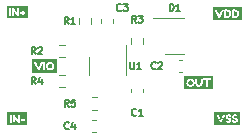
<source format=gbr>
%TF.GenerationSoftware,KiCad,Pcbnew,7.0.9*%
%TF.CreationDate,2024-01-09T19:27:13+00:00*%
%TF.ProjectId,OPA990 Breakout,4f504139-3930-4204-9272-65616b6f7574,V24.01.0.1*%
%TF.SameCoordinates,PX8c7ecc0PY5c0c740*%
%TF.FileFunction,Legend,Top*%
%TF.FilePolarity,Positive*%
%FSLAX46Y46*%
G04 Gerber Fmt 4.6, Leading zero omitted, Abs format (unit mm)*
G04 Created by KiCad (PCBNEW 7.0.9) date 2024-01-09 19:27:13*
%MOMM*%
%LPD*%
G01*
G04 APERTURE LIST*
%ADD10C,0.150000*%
%ADD11C,0.120000*%
G04 APERTURE END LIST*
D10*
X-3275000Y3540229D02*
X-3475000Y3825943D01*
X-3617857Y3540229D02*
X-3617857Y4140229D01*
X-3617857Y4140229D02*
X-3389286Y4140229D01*
X-3389286Y4140229D02*
X-3332143Y4111658D01*
X-3332143Y4111658D02*
X-3303572Y4083086D01*
X-3303572Y4083086D02*
X-3275000Y4025943D01*
X-3275000Y4025943D02*
X-3275000Y3940229D01*
X-3275000Y3940229D02*
X-3303572Y3883086D01*
X-3303572Y3883086D02*
X-3332143Y3854515D01*
X-3332143Y3854515D02*
X-3389286Y3825943D01*
X-3389286Y3825943D02*
X-3617857Y3825943D01*
X-2703572Y3540229D02*
X-3046429Y3540229D01*
X-2875000Y3540229D02*
X-2875000Y4140229D01*
X-2875000Y4140229D02*
X-2932143Y4054515D01*
X-2932143Y4054515D02*
X-2989286Y3997372D01*
X-2989286Y3997372D02*
X-3046429Y3968800D01*
X2440000Y-4149628D02*
X2411428Y-4178200D01*
X2411428Y-4178200D02*
X2325714Y-4206771D01*
X2325714Y-4206771D02*
X2268571Y-4206771D01*
X2268571Y-4206771D02*
X2182857Y-4178200D01*
X2182857Y-4178200D02*
X2125714Y-4121057D01*
X2125714Y-4121057D02*
X2097143Y-4063914D01*
X2097143Y-4063914D02*
X2068571Y-3949628D01*
X2068571Y-3949628D02*
X2068571Y-3863914D01*
X2068571Y-3863914D02*
X2097143Y-3749628D01*
X2097143Y-3749628D02*
X2125714Y-3692485D01*
X2125714Y-3692485D02*
X2182857Y-3635342D01*
X2182857Y-3635342D02*
X2268571Y-3606771D01*
X2268571Y-3606771D02*
X2325714Y-3606771D01*
X2325714Y-3606771D02*
X2411428Y-3635342D01*
X2411428Y-3635342D02*
X2440000Y-3663914D01*
X3011428Y-4206771D02*
X2668571Y-4206771D01*
X2840000Y-4206771D02*
X2840000Y-3606771D01*
X2840000Y-3606771D02*
X2782857Y-3692485D01*
X2782857Y-3692485D02*
X2725714Y-3749628D01*
X2725714Y-3749628D02*
X2668571Y-3778200D01*
X-6069000Y1000229D02*
X-6269000Y1285943D01*
X-6411857Y1000229D02*
X-6411857Y1600229D01*
X-6411857Y1600229D02*
X-6183286Y1600229D01*
X-6183286Y1600229D02*
X-6126143Y1571658D01*
X-6126143Y1571658D02*
X-6097572Y1543086D01*
X-6097572Y1543086D02*
X-6069000Y1485943D01*
X-6069000Y1485943D02*
X-6069000Y1400229D01*
X-6069000Y1400229D02*
X-6097572Y1343086D01*
X-6097572Y1343086D02*
X-6126143Y1314515D01*
X-6126143Y1314515D02*
X-6183286Y1285943D01*
X-6183286Y1285943D02*
X-6411857Y1285943D01*
X-5840429Y1543086D02*
X-5811857Y1571658D01*
X-5811857Y1571658D02*
X-5754714Y1600229D01*
X-5754714Y1600229D02*
X-5611857Y1600229D01*
X-5611857Y1600229D02*
X-5554714Y1571658D01*
X-5554714Y1571658D02*
X-5526143Y1543086D01*
X-5526143Y1543086D02*
X-5497572Y1485943D01*
X-5497572Y1485943D02*
X-5497572Y1428800D01*
X-5497572Y1428800D02*
X-5526143Y1343086D01*
X-5526143Y1343086D02*
X-5869000Y1000229D01*
X-5869000Y1000229D02*
X-5497572Y1000229D01*
X-3275000Y-3444771D02*
X-3475000Y-3159057D01*
X-3617857Y-3444771D02*
X-3617857Y-2844771D01*
X-3617857Y-2844771D02*
X-3389286Y-2844771D01*
X-3389286Y-2844771D02*
X-3332143Y-2873342D01*
X-3332143Y-2873342D02*
X-3303572Y-2901914D01*
X-3303572Y-2901914D02*
X-3275000Y-2959057D01*
X-3275000Y-2959057D02*
X-3275000Y-3044771D01*
X-3275000Y-3044771D02*
X-3303572Y-3101914D01*
X-3303572Y-3101914D02*
X-3332143Y-3130485D01*
X-3332143Y-3130485D02*
X-3389286Y-3159057D01*
X-3389286Y-3159057D02*
X-3617857Y-3159057D01*
X-2732143Y-2844771D02*
X-3017857Y-2844771D01*
X-3017857Y-2844771D02*
X-3046429Y-3130485D01*
X-3046429Y-3130485D02*
X-3017857Y-3101914D01*
X-3017857Y-3101914D02*
X-2960714Y-3073342D01*
X-2960714Y-3073342D02*
X-2817857Y-3073342D01*
X-2817857Y-3073342D02*
X-2760714Y-3101914D01*
X-2760714Y-3101914D02*
X-2732143Y-3130485D01*
X-2732143Y-3130485D02*
X-2703572Y-3187628D01*
X-2703572Y-3187628D02*
X-2703572Y-3330485D01*
X-2703572Y-3330485D02*
X-2732143Y-3387628D01*
X-2732143Y-3387628D02*
X-2760714Y-3416200D01*
X-2760714Y-3416200D02*
X-2817857Y-3444771D01*
X-2817857Y-3444771D02*
X-2960714Y-3444771D01*
X-2960714Y-3444771D02*
X-3017857Y-3416200D01*
X-3017857Y-3416200D02*
X-3046429Y-3387628D01*
X4091000Y-212628D02*
X4062428Y-241200D01*
X4062428Y-241200D02*
X3976714Y-269771D01*
X3976714Y-269771D02*
X3919571Y-269771D01*
X3919571Y-269771D02*
X3833857Y-241200D01*
X3833857Y-241200D02*
X3776714Y-184057D01*
X3776714Y-184057D02*
X3748143Y-126914D01*
X3748143Y-126914D02*
X3719571Y-12628D01*
X3719571Y-12628D02*
X3719571Y73086D01*
X3719571Y73086D02*
X3748143Y187372D01*
X3748143Y187372D02*
X3776714Y244515D01*
X3776714Y244515D02*
X3833857Y301658D01*
X3833857Y301658D02*
X3919571Y330229D01*
X3919571Y330229D02*
X3976714Y330229D01*
X3976714Y330229D02*
X4062428Y301658D01*
X4062428Y301658D02*
X4091000Y273086D01*
X4319571Y273086D02*
X4348143Y301658D01*
X4348143Y301658D02*
X4405286Y330229D01*
X4405286Y330229D02*
X4548143Y330229D01*
X4548143Y330229D02*
X4605286Y301658D01*
X4605286Y301658D02*
X4633857Y273086D01*
X4633857Y273086D02*
X4662428Y215943D01*
X4662428Y215943D02*
X4662428Y158800D01*
X4662428Y158800D02*
X4633857Y73086D01*
X4633857Y73086D02*
X4291000Y-269771D01*
X4291000Y-269771D02*
X4662428Y-269771D01*
X2440000Y3667229D02*
X2240000Y3952943D01*
X2097143Y3667229D02*
X2097143Y4267229D01*
X2097143Y4267229D02*
X2325714Y4267229D01*
X2325714Y4267229D02*
X2382857Y4238658D01*
X2382857Y4238658D02*
X2411428Y4210086D01*
X2411428Y4210086D02*
X2440000Y4152943D01*
X2440000Y4152943D02*
X2440000Y4067229D01*
X2440000Y4067229D02*
X2411428Y4010086D01*
X2411428Y4010086D02*
X2382857Y3981515D01*
X2382857Y3981515D02*
X2325714Y3952943D01*
X2325714Y3952943D02*
X2097143Y3952943D01*
X2640000Y4267229D02*
X3011428Y4267229D01*
X3011428Y4267229D02*
X2811428Y4038658D01*
X2811428Y4038658D02*
X2897143Y4038658D01*
X2897143Y4038658D02*
X2954286Y4010086D01*
X2954286Y4010086D02*
X2982857Y3981515D01*
X2982857Y3981515D02*
X3011428Y3924372D01*
X3011428Y3924372D02*
X3011428Y3781515D01*
X3011428Y3781515D02*
X2982857Y3724372D01*
X2982857Y3724372D02*
X2954286Y3695800D01*
X2954286Y3695800D02*
X2897143Y3667229D01*
X2897143Y3667229D02*
X2725714Y3667229D01*
X2725714Y3667229D02*
X2668571Y3695800D01*
X2668571Y3695800D02*
X2640000Y3724372D01*
X-6069000Y-1539771D02*
X-6269000Y-1254057D01*
X-6411857Y-1539771D02*
X-6411857Y-939771D01*
X-6411857Y-939771D02*
X-6183286Y-939771D01*
X-6183286Y-939771D02*
X-6126143Y-968342D01*
X-6126143Y-968342D02*
X-6097572Y-996914D01*
X-6097572Y-996914D02*
X-6069000Y-1054057D01*
X-6069000Y-1054057D02*
X-6069000Y-1139771D01*
X-6069000Y-1139771D02*
X-6097572Y-1196914D01*
X-6097572Y-1196914D02*
X-6126143Y-1225485D01*
X-6126143Y-1225485D02*
X-6183286Y-1254057D01*
X-6183286Y-1254057D02*
X-6411857Y-1254057D01*
X-5554714Y-1139771D02*
X-5554714Y-1539771D01*
X-5697572Y-911200D02*
X-5840429Y-1339771D01*
X-5840429Y-1339771D02*
X-5469000Y-1339771D01*
X-3275000Y-5292628D02*
X-3303572Y-5321200D01*
X-3303572Y-5321200D02*
X-3389286Y-5349771D01*
X-3389286Y-5349771D02*
X-3446429Y-5349771D01*
X-3446429Y-5349771D02*
X-3532143Y-5321200D01*
X-3532143Y-5321200D02*
X-3589286Y-5264057D01*
X-3589286Y-5264057D02*
X-3617857Y-5206914D01*
X-3617857Y-5206914D02*
X-3646429Y-5092628D01*
X-3646429Y-5092628D02*
X-3646429Y-5006914D01*
X-3646429Y-5006914D02*
X-3617857Y-4892628D01*
X-3617857Y-4892628D02*
X-3589286Y-4835485D01*
X-3589286Y-4835485D02*
X-3532143Y-4778342D01*
X-3532143Y-4778342D02*
X-3446429Y-4749771D01*
X-3446429Y-4749771D02*
X-3389286Y-4749771D01*
X-3389286Y-4749771D02*
X-3303572Y-4778342D01*
X-3303572Y-4778342D02*
X-3275000Y-4806914D01*
X-2760714Y-4949771D02*
X-2760714Y-5349771D01*
X-2903572Y-4721200D02*
X-3046429Y-5149771D01*
X-3046429Y-5149771D02*
X-2675000Y-5149771D01*
X5272143Y4670229D02*
X5272143Y5270229D01*
X5272143Y5270229D02*
X5415000Y5270229D01*
X5415000Y5270229D02*
X5500714Y5241658D01*
X5500714Y5241658D02*
X5557857Y5184515D01*
X5557857Y5184515D02*
X5586428Y5127372D01*
X5586428Y5127372D02*
X5615000Y5013086D01*
X5615000Y5013086D02*
X5615000Y4927372D01*
X5615000Y4927372D02*
X5586428Y4813086D01*
X5586428Y4813086D02*
X5557857Y4755943D01*
X5557857Y4755943D02*
X5500714Y4698800D01*
X5500714Y4698800D02*
X5415000Y4670229D01*
X5415000Y4670229D02*
X5272143Y4670229D01*
X6186428Y4670229D02*
X5843571Y4670229D01*
X6015000Y4670229D02*
X6015000Y5270229D01*
X6015000Y5270229D02*
X5957857Y5184515D01*
X5957857Y5184515D02*
X5900714Y5127372D01*
X5900714Y5127372D02*
X5843571Y5098800D01*
X1942857Y330229D02*
X1942857Y-155485D01*
X1942857Y-155485D02*
X1971428Y-212628D01*
X1971428Y-212628D02*
X2000000Y-241200D01*
X2000000Y-241200D02*
X2057142Y-269771D01*
X2057142Y-269771D02*
X2171428Y-269771D01*
X2171428Y-269771D02*
X2228571Y-241200D01*
X2228571Y-241200D02*
X2257142Y-212628D01*
X2257142Y-212628D02*
X2285714Y-155485D01*
X2285714Y-155485D02*
X2285714Y330229D01*
X2885713Y-269771D02*
X2542856Y-269771D01*
X2714285Y-269771D02*
X2714285Y330229D01*
X2714285Y330229D02*
X2657142Y244515D01*
X2657142Y244515D02*
X2599999Y187372D01*
X2599999Y187372D02*
X2542856Y158800D01*
X1170000Y4727372D02*
X1141428Y4698800D01*
X1141428Y4698800D02*
X1055714Y4670229D01*
X1055714Y4670229D02*
X998571Y4670229D01*
X998571Y4670229D02*
X912857Y4698800D01*
X912857Y4698800D02*
X855714Y4755943D01*
X855714Y4755943D02*
X827143Y4813086D01*
X827143Y4813086D02*
X798571Y4927372D01*
X798571Y4927372D02*
X798571Y5013086D01*
X798571Y5013086D02*
X827143Y5127372D01*
X827143Y5127372D02*
X855714Y5184515D01*
X855714Y5184515D02*
X912857Y5241658D01*
X912857Y5241658D02*
X998571Y5270229D01*
X998571Y5270229D02*
X1055714Y5270229D01*
X1055714Y5270229D02*
X1141428Y5241658D01*
X1141428Y5241658D02*
X1170000Y5213086D01*
X1370000Y5270229D02*
X1741428Y5270229D01*
X1741428Y5270229D02*
X1541428Y5041658D01*
X1541428Y5041658D02*
X1627143Y5041658D01*
X1627143Y5041658D02*
X1684286Y5013086D01*
X1684286Y5013086D02*
X1712857Y4984515D01*
X1712857Y4984515D02*
X1741428Y4927372D01*
X1741428Y4927372D02*
X1741428Y4784515D01*
X1741428Y4784515D02*
X1712857Y4727372D01*
X1712857Y4727372D02*
X1684286Y4698800D01*
X1684286Y4698800D02*
X1627143Y4670229D01*
X1627143Y4670229D02*
X1455714Y4670229D01*
X1455714Y4670229D02*
X1398571Y4698800D01*
X1398571Y4698800D02*
X1370000Y4727372D01*
%TO.C,kibuzzard-659D9D77*%
G36*
X-4290219Y-557530D02*
G01*
X-4488656Y-557530D01*
X-4831556Y-557530D01*
X-5325904Y-557530D01*
X-5815489Y-557530D01*
X-6179344Y-557530D01*
X-6377781Y-557530D01*
X-6377781Y279083D01*
X-6179344Y279083D01*
X-6165056Y233363D01*
X-5902166Y-300038D01*
X-5870258Y-333851D01*
X-5825014Y-346710D01*
X-5815489Y-346710D01*
X-5771198Y-333851D01*
X-5739289Y-300038D01*
X-5720980Y-262890D01*
X-5409724Y-262890D01*
X-5404009Y-311468D01*
X-5378768Y-338614D01*
X-5325904Y-347663D01*
X-5276850Y-341233D01*
X-5251609Y-321945D01*
X-5242560Y-297180D01*
X-5241131Y-263842D01*
X-5241131Y-4762D01*
X-5179219Y-4762D01*
X-5172879Y-74652D01*
X-5153858Y-139541D01*
X-5122158Y-199430D01*
X-5077778Y-254317D01*
X-5024348Y-300157D01*
X-4965502Y-332899D01*
X-4901238Y-352544D01*
X-4831556Y-359093D01*
X-4762024Y-352455D01*
X-4698206Y-332542D01*
X-4640104Y-299353D01*
X-4587716Y-252889D01*
X-4544378Y-196989D01*
X-4513421Y-135493D01*
X-4494847Y-68401D01*
X-4488656Y4286D01*
X-4495145Y76706D01*
X-4514612Y142994D01*
X-4547056Y203150D01*
X-4592479Y257175D01*
X-4646712Y301764D01*
X-4705588Y333613D01*
X-4769108Y352723D01*
X-4837271Y359093D01*
X-4902041Y352425D01*
X-4964906Y332423D01*
X-5023247Y300752D01*
X-5074444Y259080D01*
X-5117306Y206812D01*
X-5150644Y143351D01*
X-5172075Y71795D01*
X-5179219Y-4762D01*
X-5241131Y-4762D01*
X-5241131Y265747D01*
X-5245894Y315278D01*
X-5271849Y341709D01*
X-5324951Y350520D01*
X-5374005Y344091D01*
X-5399246Y324803D01*
X-5408295Y299561D01*
X-5409724Y266700D01*
X-5409724Y-262890D01*
X-5720980Y-262890D01*
X-5476399Y233363D01*
X-5462111Y279083D01*
X-5476161Y310991D01*
X-5518309Y340042D01*
X-5574506Y356235D01*
X-5616416Y330518D01*
X-5629751Y301943D01*
X-5820251Y-115252D01*
X-5830610Y-93226D01*
X-5854065Y-42386D01*
X-5885021Y24884D01*
X-5917883Y96203D01*
X-5950625Y167521D01*
X-5981224Y234791D01*
X-6005155Y287179D01*
X-6017895Y313849D01*
X-6033611Y339090D01*
X-6049804Y352425D01*
X-6075045Y356235D01*
X-6123146Y340042D01*
X-6165294Y310991D01*
X-6179344Y279083D01*
X-6377781Y279083D01*
X-6377781Y557530D01*
X-6179344Y557530D01*
X-4488656Y557530D01*
X-4290219Y557530D01*
X-4290219Y-557530D01*
G37*
G36*
X-4770001Y177403D02*
G01*
X-4712017Y138113D01*
X-4681590Y99378D01*
X-4663334Y53023D01*
X-4657249Y-952D01*
X-4663281Y-54822D01*
X-4681379Y-100859D01*
X-4711541Y-139065D01*
X-4769168Y-177641D01*
X-4833461Y-190500D01*
X-4897874Y-177284D01*
X-4955857Y-137636D01*
X-4986285Y-98848D01*
X-5004541Y-52970D01*
X-5010626Y0D01*
X-5004594Y52970D01*
X-4986496Y98848D01*
X-4956334Y137636D01*
X-4898707Y177284D01*
X-4834414Y190500D01*
X-4770001Y177403D01*
G37*
%TO.C,kibuzzard-659D9D68*%
G36*
X-6781006Y-4992529D02*
G01*
X-6979444Y-4992529D01*
X-7048976Y-4992529D01*
X-7490936Y-4992529D01*
X-8176736Y-4992529D01*
X-8260556Y-4992529D01*
X-8458994Y-4992529D01*
X-8458994Y-4709319D01*
X-8260556Y-4709319D01*
X-8254841Y-4757896D01*
X-8229600Y-4785042D01*
X-8176736Y-4794091D01*
X-8127683Y-4787662D01*
X-8102441Y-4768374D01*
X-8093393Y-4743609D01*
X-8091964Y-4710271D01*
X-8091964Y-4709319D01*
X-8015764Y-4709319D01*
X-8014335Y-4742656D01*
X-8005286Y-4768374D01*
X-7980521Y-4787662D01*
X-7932896Y-4794091D01*
X-7883843Y-4787662D01*
X-7858601Y-4768374D01*
X-7849553Y-4743609D01*
X-7848124Y-4710271D01*
X-7848124Y-4396899D01*
X-7821507Y-4431612D01*
X-7786740Y-4477332D01*
X-7743825Y-4534059D01*
X-7692760Y-4601792D01*
X-7633547Y-4680532D01*
X-7566184Y-4770279D01*
X-7542371Y-4788376D01*
X-7490936Y-4794091D01*
X-7441883Y-4787662D01*
X-7416641Y-4768374D01*
X-7407593Y-4743609D01*
X-7406164Y-4710271D01*
X-7406164Y-4585494D01*
X-7344251Y-4585494D01*
X-7339489Y-4629309D01*
X-7318296Y-4653598D01*
X-7275671Y-4661694D01*
X-7048976Y-4661694D01*
X-7001351Y-4653121D01*
X-6984682Y-4629785D01*
X-6979444Y-4586446D01*
X-6985159Y-4542631D01*
X-7005638Y-4519057D01*
X-7048024Y-4511199D01*
X-7274719Y-4511199D01*
X-7320439Y-4519771D01*
X-7338536Y-4542631D01*
X-7344251Y-4585494D01*
X-7406164Y-4585494D01*
X-7406164Y-4181634D01*
X-7411879Y-4133056D01*
X-7423785Y-4113054D01*
X-7448550Y-4101624D01*
X-7492365Y-4096861D01*
X-7537609Y-4102576D01*
X-7564755Y-4124960D01*
X-7573804Y-4177824D01*
X-7573804Y-4499769D01*
X-7600050Y-4465399D01*
X-7633705Y-4420711D01*
X-7674769Y-4365704D01*
X-7723240Y-4300379D01*
X-7779120Y-4224734D01*
X-7842409Y-4138771D01*
X-7864316Y-4114006D01*
X-7887653Y-4102100D01*
X-7932896Y-4096861D01*
X-7979569Y-4102576D01*
X-8006715Y-4124960D01*
X-8015764Y-4177824D01*
X-8015764Y-4709319D01*
X-8091964Y-4709319D01*
X-8091964Y-4180681D01*
X-8096726Y-4131151D01*
X-8122682Y-4104719D01*
X-8175784Y-4095909D01*
X-8224838Y-4102338D01*
X-8250079Y-4121626D01*
X-8259128Y-4146867D01*
X-8260556Y-4179729D01*
X-8260556Y-4709319D01*
X-8458994Y-4709319D01*
X-8458994Y-3897471D01*
X-8260556Y-3897471D01*
X-6979444Y-3897471D01*
X-6781006Y-3897471D01*
X-6781006Y-4992529D01*
G37*
%TO.C,kibuzzard-659D9D4E*%
G36*
X-6736239Y4024471D02*
G01*
X-6934676Y4024471D01*
X-7161848Y4024471D01*
X-7535704Y4024471D01*
X-8221504Y4024471D01*
X-8305324Y4024471D01*
X-8503761Y4024471D01*
X-8503761Y4307681D01*
X-8305324Y4307681D01*
X-8299609Y4259104D01*
X-8274368Y4231958D01*
X-8221504Y4222909D01*
X-8172450Y4229338D01*
X-8147209Y4248626D01*
X-8138160Y4273391D01*
X-8136731Y4306729D01*
X-8136731Y4307681D01*
X-8060531Y4307681D01*
X-8059103Y4274344D01*
X-8050054Y4248626D01*
X-8025289Y4229338D01*
X-7977664Y4222909D01*
X-7928610Y4229338D01*
X-7903369Y4248626D01*
X-7894320Y4273391D01*
X-7892891Y4306729D01*
X-7892891Y4620101D01*
X-7866274Y4585388D01*
X-7831508Y4539668D01*
X-7788593Y4482941D01*
X-7737528Y4415208D01*
X-7678314Y4336468D01*
X-7610951Y4246721D01*
X-7587139Y4228624D01*
X-7535704Y4222909D01*
X-7486650Y4229338D01*
X-7461409Y4248626D01*
X-7452360Y4273391D01*
X-7450931Y4306729D01*
X-7450931Y4483894D01*
X-7389019Y4483894D01*
X-7384256Y4440555D01*
X-7365206Y4416266D01*
X-7319486Y4408646D01*
X-7236619Y4408646D01*
X-7236619Y4332446D01*
X-7228046Y4280059D01*
X-7205186Y4262437D01*
X-7161848Y4257199D01*
X-7118509Y4262437D01*
X-7094220Y4282916D01*
X-7086124Y4331494D01*
X-7086124Y4408646D01*
X-7004209Y4408646D01*
X-6955631Y4417219D01*
X-6939439Y4440079D01*
X-6934676Y4483418D01*
X-6939915Y4526756D01*
X-6960394Y4551045D01*
X-7008971Y4559141D01*
X-7086124Y4559141D01*
X-7086124Y4635341D01*
X-7094696Y4687729D01*
X-7118032Y4705350D01*
X-7161371Y4710589D01*
X-7204710Y4705350D01*
X-7228999Y4684871D01*
X-7236619Y4636294D01*
X-7236619Y4559141D01*
X-7312819Y4559141D01*
X-7365206Y4550569D01*
X-7383780Y4527232D01*
X-7389019Y4483894D01*
X-7450931Y4483894D01*
X-7450931Y4835366D01*
X-7456646Y4883944D01*
X-7468553Y4903946D01*
X-7493317Y4915376D01*
X-7537133Y4920139D01*
X-7582376Y4914424D01*
X-7609523Y4892040D01*
X-7618571Y4839176D01*
X-7618571Y4517231D01*
X-7644818Y4551601D01*
X-7678473Y4596289D01*
X-7719536Y4651296D01*
X-7768008Y4716621D01*
X-7823888Y4792266D01*
X-7887176Y4878229D01*
X-7909084Y4902994D01*
X-7932420Y4914900D01*
X-7977664Y4920139D01*
X-8024336Y4914424D01*
X-8051483Y4892040D01*
X-8060531Y4839176D01*
X-8060531Y4307681D01*
X-8136731Y4307681D01*
X-8136731Y4836319D01*
X-8141494Y4885849D01*
X-8167449Y4912281D01*
X-8220551Y4921091D01*
X-8269605Y4914662D01*
X-8294846Y4895374D01*
X-8303895Y4870133D01*
X-8305324Y4837271D01*
X-8305324Y4307681D01*
X-8503761Y4307681D01*
X-8503761Y5119529D01*
X-8305324Y5119529D01*
X-6934676Y5119529D01*
X-6736239Y5119529D01*
X-6736239Y4024471D01*
G37*
%TO.C,kibuzzard-659D9D38*%
G36*
X8989378Y-1954530D02*
G01*
X8790940Y-1954530D01*
X8456613Y-1954530D01*
X7761764Y-1954530D01*
X7050723Y-1954530D01*
X6703060Y-1954530D01*
X6504622Y-1954530D01*
X6504622Y-1401762D01*
X6703060Y-1401762D01*
X6709400Y-1471652D01*
X6728420Y-1536541D01*
X6760121Y-1596430D01*
X6804501Y-1651317D01*
X6857931Y-1697157D01*
X6916777Y-1729899D01*
X6981041Y-1749544D01*
X7050723Y-1756093D01*
X7120255Y-1749455D01*
X7184073Y-1729542D01*
X7242175Y-1696353D01*
X7294563Y-1649889D01*
X7337901Y-1593989D01*
X7368858Y-1532493D01*
X7387431Y-1465401D01*
X7391554Y-1417002D01*
X7455535Y-1417002D01*
X7460357Y-1479153D01*
X7474823Y-1537970D01*
X7498933Y-1593453D01*
X7532688Y-1645603D01*
X7575431Y-1690370D01*
X7629366Y-1725613D01*
X7692231Y-1748473D01*
X7761764Y-1756093D01*
X7831415Y-1748592D01*
X7894638Y-1726089D01*
X7949168Y-1691442D01*
X7992745Y-1647508D01*
X8026916Y-1594644D01*
X8051324Y-1538923D01*
X8065968Y-1480344D01*
X8070850Y-1418907D01*
X8070850Y-1131253D01*
X8068872Y-1114107D01*
X8123238Y-1114107D01*
X8128000Y-1154112D01*
X8147050Y-1176496D01*
X8191818Y-1183640D01*
X8374698Y-1183640D01*
X8374698Y-1661795D01*
X8376126Y-1694656D01*
X8384699Y-1719421D01*
X8409464Y-1738948D01*
X8456613Y-1744663D01*
X8504238Y-1738948D01*
X8529479Y-1719421D01*
X8538051Y-1695132D01*
X8539480Y-1662747D01*
X8539480Y-1183640D01*
X8721408Y-1183640D01*
X8769985Y-1175067D01*
X8786178Y-1154589D01*
X8790940Y-1115060D01*
X8786178Y-1075055D01*
X8767128Y-1052671D01*
X8722360Y-1045527D01*
X8192770Y-1045527D01*
X8144193Y-1054100D01*
X8128000Y-1074579D01*
X8123238Y-1114107D01*
X8068872Y-1114107D01*
X8065135Y-1081722D01*
X8052753Y-1061720D01*
X8027988Y-1050290D01*
X7984649Y-1045527D01*
X7939405Y-1051242D01*
X7911783Y-1072197D01*
X7902258Y-1124585D01*
X7902258Y-1416050D01*
X7893685Y-1479629D01*
X7867968Y-1535112D01*
X7824867Y-1573689D01*
X7764145Y-1586547D01*
X7696518Y-1570355D01*
X7653655Y-1527492D01*
X7632224Y-1473676D01*
X7625080Y-1417002D01*
X7625080Y-1131253D01*
X7613650Y-1071245D01*
X7588885Y-1051242D01*
X7540308Y-1045527D01*
X7491730Y-1051242D01*
X7466013Y-1071245D01*
X7456964Y-1096486D01*
X7455535Y-1130300D01*
X7455535Y-1417002D01*
X7391554Y-1417002D01*
X7393623Y-1392714D01*
X7387134Y-1320294D01*
X7367667Y-1254006D01*
X7335222Y-1193850D01*
X7289800Y-1139825D01*
X7235567Y-1095236D01*
X7176691Y-1063387D01*
X7113171Y-1044277D01*
X7045008Y-1037907D01*
X6980238Y-1044575D01*
X6917373Y-1064577D01*
X6859032Y-1096248D01*
X6807835Y-1137920D01*
X6764973Y-1190188D01*
X6731635Y-1253649D01*
X6710204Y-1325205D01*
X6703060Y-1401762D01*
X6504622Y-1401762D01*
X6504622Y-839470D01*
X6703060Y-839470D01*
X8790940Y-839470D01*
X8989378Y-839470D01*
X8989378Y-1954530D01*
G37*
G36*
X7112278Y-1219597D02*
G01*
X7170261Y-1258887D01*
X7200688Y-1297622D01*
X7218945Y-1343977D01*
X7225030Y-1397952D01*
X7218998Y-1451822D01*
X7200900Y-1497859D01*
X7170738Y-1536065D01*
X7113111Y-1574641D01*
X7048818Y-1587500D01*
X6984405Y-1574284D01*
X6926421Y-1534636D01*
X6895994Y-1495848D01*
X6877738Y-1449970D01*
X6871652Y-1397000D01*
X6877685Y-1344030D01*
X6895783Y-1298152D01*
X6925945Y-1259364D01*
X6983571Y-1219716D01*
X7047865Y-1206500D01*
X7112278Y-1219597D01*
G37*
%TO.C,kibuzzard-659D9D29*%
G36*
X11267599Y-5003006D02*
G01*
X11069161Y-5003006D01*
X10814844Y-5003006D01*
X10259536Y-5003006D01*
X9614694Y-5003006D01*
X9250839Y-5003006D01*
X9052401Y-5003006D01*
X9052401Y-4168299D01*
X9250839Y-4168299D01*
X9265126Y-4214019D01*
X9528016Y-4747419D01*
X9559925Y-4781233D01*
X9605169Y-4794091D01*
X9614694Y-4794091D01*
X9658985Y-4781233D01*
X9690894Y-4747419D01*
X9742768Y-4642168D01*
X10006171Y-4642168D01*
X10030936Y-4696936D01*
X10039509Y-4707414D01*
X10067131Y-4736465D01*
X10109994Y-4766469D01*
X10174764Y-4793615D01*
X10215959Y-4801830D01*
X10259536Y-4804569D01*
X10316792Y-4798960D01*
X10371720Y-4782132D01*
X10424319Y-4754086D01*
X10460514Y-4723011D01*
X10489089Y-4681220D01*
X10503356Y-4642168D01*
X10561479Y-4642168D01*
X10586244Y-4696936D01*
X10594816Y-4707414D01*
X10622439Y-4736465D01*
X10665301Y-4766469D01*
X10730071Y-4793615D01*
X10771267Y-4801830D01*
X10814844Y-4804569D01*
X10872100Y-4798960D01*
X10927027Y-4782132D01*
X10979626Y-4754086D01*
X11015821Y-4723011D01*
X11044396Y-4681220D01*
X11062970Y-4630380D01*
X11069161Y-4572159D01*
X11063089Y-4515128D01*
X11044873Y-4467860D01*
X11017607Y-4431784D01*
X10984389Y-4408329D01*
X10946527Y-4392493D01*
X10905331Y-4379277D01*
X10864136Y-4368919D01*
X10826274Y-4361656D01*
X10765790Y-4339749D01*
X10741501Y-4297362D01*
X10761980Y-4256405D01*
X10813415Y-4241641D01*
X10864374Y-4254024D01*
X10879138Y-4266406D01*
X10890091Y-4275931D01*
X10939621Y-4294981D01*
X10973435Y-4283075D01*
X11006296Y-4247356D01*
X11029156Y-4194969D01*
X10999629Y-4148296D01*
X10975816Y-4130199D01*
X10910570Y-4100195D01*
X10860921Y-4089122D01*
X10806271Y-4085431D01*
X10739543Y-4092363D01*
X10682870Y-4113160D01*
X10636250Y-4147820D01*
X10601590Y-4191794D01*
X10580793Y-4240530D01*
X10573861Y-4294029D01*
X10579933Y-4350583D01*
X10598150Y-4398327D01*
X10625415Y-4435832D01*
X10658634Y-4461669D01*
X10696258Y-4480362D01*
X10736739Y-4496435D01*
X10777220Y-4509175D01*
X10814844Y-4517866D01*
X10875328Y-4539298D01*
X10899616Y-4575969D01*
X10889774Y-4616185D01*
X10860246Y-4640315D01*
X10811034Y-4648359D01*
X10765314Y-4633595D01*
X10727214Y-4602639D01*
X10684828Y-4566920D01*
X10652919Y-4555014D01*
X10602436Y-4577874D01*
X10571718Y-4613950D01*
X10561479Y-4642168D01*
X10503356Y-4642168D01*
X10507662Y-4630380D01*
X10513854Y-4572159D01*
X10507782Y-4515128D01*
X10489565Y-4467860D01*
X10462300Y-4431784D01*
X10429081Y-4408329D01*
X10391219Y-4392493D01*
X10350024Y-4379277D01*
X10308828Y-4368919D01*
X10270966Y-4361656D01*
X10210483Y-4339749D01*
X10186194Y-4297362D01*
X10206673Y-4256405D01*
X10258108Y-4241641D01*
X10309066Y-4254024D01*
X10323830Y-4266406D01*
X10334784Y-4275931D01*
X10384314Y-4294981D01*
X10418128Y-4283075D01*
X10450989Y-4247356D01*
X10473849Y-4194969D01*
X10444321Y-4148296D01*
X10420509Y-4130199D01*
X10355263Y-4100195D01*
X10305613Y-4089122D01*
X10250964Y-4085431D01*
X10184236Y-4092363D01*
X10127562Y-4113160D01*
X10080943Y-4147820D01*
X10046282Y-4191794D01*
X10025486Y-4240530D01*
X10018554Y-4294029D01*
X10024626Y-4350583D01*
X10042843Y-4398327D01*
X10070108Y-4435832D01*
X10103326Y-4461669D01*
X10140950Y-4480362D01*
X10181431Y-4496435D01*
X10221912Y-4509175D01*
X10259536Y-4517866D01*
X10320020Y-4539298D01*
X10344309Y-4575969D01*
X10334466Y-4616185D01*
X10304939Y-4640315D01*
X10255726Y-4648359D01*
X10210006Y-4633595D01*
X10171906Y-4602639D01*
X10129520Y-4566920D01*
X10097611Y-4555014D01*
X10047129Y-4577874D01*
X10016411Y-4613950D01*
X10006171Y-4642168D01*
X9742768Y-4642168D01*
X9953784Y-4214019D01*
X9968071Y-4168299D01*
X9954022Y-4136390D01*
X9911874Y-4107339D01*
X9855676Y-4091146D01*
X9813766Y-4116864D01*
X9800431Y-4145439D01*
X9609931Y-4562634D01*
X9599573Y-4540607D01*
X9576117Y-4489768D01*
X9545161Y-4422497D01*
X9512300Y-4351179D01*
X9479558Y-4279860D01*
X9448959Y-4212590D01*
X9425027Y-4160202D01*
X9412287Y-4133533D01*
X9396571Y-4108291D01*
X9380379Y-4094956D01*
X9355137Y-4091146D01*
X9307036Y-4107339D01*
X9264888Y-4136390D01*
X9250839Y-4168299D01*
X9052401Y-4168299D01*
X9052401Y-3886994D01*
X9250839Y-3886994D01*
X11069161Y-3886994D01*
X11267599Y-3886994D01*
X11267599Y-5003006D01*
G37*
%TO.C,kibuzzard-659D9D0E*%
G36*
X10903545Y4609187D02*
G01*
X10962005Y4570254D01*
X11002367Y4512032D01*
X11015821Y4441190D01*
X11002010Y4370586D01*
X10960576Y4313079D01*
X10901997Y4274860D01*
X10836751Y4262120D01*
X10744359Y4262120D01*
X10744359Y4622165D01*
X10835799Y4622165D01*
X10903545Y4609187D01*
G37*
G36*
X10232985Y4609187D02*
G01*
X10291445Y4570254D01*
X10331807Y4512032D01*
X10345261Y4441190D01*
X10331450Y4370586D01*
X10290016Y4313079D01*
X10231438Y4274860D01*
X10166191Y4262120D01*
X10073799Y4262120D01*
X10073799Y4622165D01*
X10165239Y4622165D01*
X10232985Y4609187D01*
G37*
G36*
X11382851Y3895090D02*
G01*
X11184414Y3895090D01*
X10833894Y3895090D01*
X10163334Y3895090D01*
X9499441Y3895090D01*
X9135586Y3895090D01*
X8937149Y3895090D01*
X8937149Y4719320D01*
X9135586Y4719320D01*
X9149874Y4673600D01*
X9412764Y4140200D01*
X9444672Y4106386D01*
X9489916Y4093527D01*
X9499441Y4093527D01*
X9543732Y4106386D01*
X9575641Y4140200D01*
X9594419Y4178300D01*
X9905206Y4178300D01*
X9916636Y4117340D01*
X9941878Y4099481D01*
X9989026Y4093527D01*
X10163334Y4093527D01*
X10233491Y4100016D01*
X10298232Y4119483D01*
X10357554Y4151928D01*
X10388852Y4178300D01*
X10575766Y4178300D01*
X10587196Y4117340D01*
X10612438Y4099481D01*
X10659586Y4093527D01*
X10833894Y4093527D01*
X10904051Y4100016D01*
X10968792Y4119483D01*
X11028114Y4151928D01*
X11082020Y4197350D01*
X11126817Y4251851D01*
X11158815Y4311531D01*
X11178014Y4376390D01*
X11184414Y4446429D01*
X11177865Y4516199D01*
X11158220Y4580255D01*
X11125478Y4638596D01*
X11079639Y4691221D01*
X11025168Y4734768D01*
X10966529Y4765873D01*
X10903724Y4784536D01*
X10836751Y4790757D01*
X10660539Y4791710D01*
X10611485Y4785281D01*
X10586244Y4765992D01*
X10577195Y4741228D01*
X10575766Y4707890D01*
X10575766Y4178300D01*
X10388852Y4178300D01*
X10411460Y4197350D01*
X10456257Y4251851D01*
X10488255Y4311531D01*
X10507454Y4376390D01*
X10513854Y4446429D01*
X10507305Y4516199D01*
X10487660Y4580255D01*
X10454918Y4638596D01*
X10409079Y4691221D01*
X10354608Y4734768D01*
X10295969Y4765873D01*
X10233164Y4784536D01*
X10166191Y4790757D01*
X9989979Y4791710D01*
X9940925Y4785281D01*
X9915684Y4765992D01*
X9906635Y4741228D01*
X9905206Y4707890D01*
X9905206Y4178300D01*
X9594419Y4178300D01*
X9838531Y4673600D01*
X9852819Y4719320D01*
X9838769Y4751229D01*
X9796621Y4780280D01*
X9740424Y4796473D01*
X9698514Y4770755D01*
X9685179Y4742180D01*
X9494679Y4324985D01*
X9484320Y4347012D01*
X9460865Y4397851D01*
X9429909Y4465122D01*
X9397047Y4536440D01*
X9364305Y4607758D01*
X9333706Y4675029D01*
X9309775Y4727416D01*
X9297035Y4754086D01*
X9281319Y4779328D01*
X9265126Y4792663D01*
X9239885Y4796473D01*
X9191784Y4780280D01*
X9149636Y4751229D01*
X9135586Y4719320D01*
X8937149Y4719320D01*
X8937149Y4994910D01*
X9135586Y4994910D01*
X11184414Y4994910D01*
X11382851Y4994910D01*
X11382851Y3895090D01*
G37*
D11*
%TO.C,R1*%
X-2427500Y4047258D02*
X-2427500Y3572742D01*
X-1382500Y4047258D02*
X-1382500Y3572742D01*
%TO.C,C1*%
X3050000Y-2185580D02*
X3050000Y-1904420D01*
X2030000Y-2185580D02*
X2030000Y-1904420D01*
%TO.C,R2*%
X-3572742Y1792500D02*
X-4047258Y1792500D01*
X-3572742Y747500D02*
X-4047258Y747500D01*
%TO.C,R5*%
X-1317258Y-3697500D02*
X-842742Y-3697500D01*
X-1317258Y-2652500D02*
X-842742Y-2652500D01*
%TO.C,C2*%
X6350580Y510000D02*
X6069420Y510000D01*
X6350580Y-510000D02*
X6069420Y-510000D01*
%TO.C,R3*%
X2017500Y2332258D02*
X2017500Y1857742D01*
X3062500Y2332258D02*
X3062500Y1857742D01*
%TO.C,R4*%
X-4047258Y-1792500D02*
X-3572742Y-1792500D01*
X-4047258Y-747500D02*
X-3572742Y-747500D01*
%TO.C,C4*%
X-1270580Y-5590000D02*
X-989420Y-5590000D01*
X-1270580Y-4570000D02*
X-989420Y-4570000D01*
%TO.C,D1*%
X5715000Y980000D02*
X6515000Y980000D01*
X5715000Y980000D02*
X4915000Y980000D01*
X5715000Y4100000D02*
X6515000Y4100000D01*
X5715000Y4100000D02*
X3915000Y4100000D01*
%TO.C,U1*%
X-1560000Y0D02*
X-1560000Y-800000D01*
X-1560000Y0D02*
X-1560000Y800000D01*
X1560000Y0D02*
X1560000Y-800000D01*
X1560000Y0D02*
X1560000Y1800000D01*
%TO.C,C3*%
X510000Y3669420D02*
X510000Y3950580D01*
X-510000Y3669420D02*
X-510000Y3950580D01*
%TD*%
M02*

</source>
